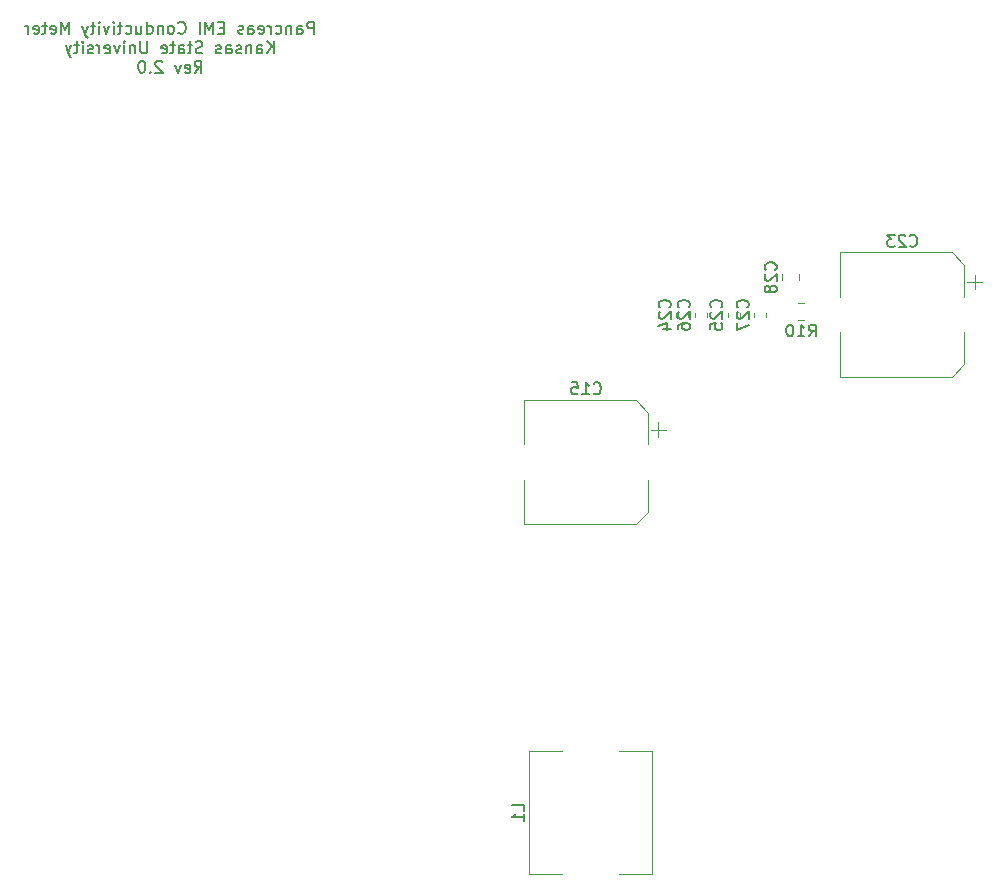
<source format=gbr>
G04 #@! TF.GenerationSoftware,KiCad,Pcbnew,(5.1.2)-1*
G04 #@! TF.CreationDate,2020-05-07T10:56:56-05:00*
G04 #@! TF.ProjectId,EMI_sensor_control_Rev2.0,454d495f-7365-46e7-936f-725f636f6e74,rev?*
G04 #@! TF.SameCoordinates,Original*
G04 #@! TF.FileFunction,Legend,Bot*
G04 #@! TF.FilePolarity,Positive*
%FSLAX46Y46*%
G04 Gerber Fmt 4.6, Leading zero omitted, Abs format (unit mm)*
G04 Created by KiCad (PCBNEW (5.1.2)-1) date 2020-05-07 10:56:56*
%MOMM*%
%LPD*%
G04 APERTURE LIST*
%ADD10C,0.150000*%
%ADD11C,0.120000*%
G04 APERTURE END LIST*
D10*
X78460666Y-62429380D02*
X78460666Y-61429380D01*
X78079714Y-61429380D01*
X77984476Y-61477000D01*
X77936857Y-61524619D01*
X77889238Y-61619857D01*
X77889238Y-61762714D01*
X77936857Y-61857952D01*
X77984476Y-61905571D01*
X78079714Y-61953190D01*
X78460666Y-61953190D01*
X77032095Y-62429380D02*
X77032095Y-61905571D01*
X77079714Y-61810333D01*
X77174952Y-61762714D01*
X77365428Y-61762714D01*
X77460666Y-61810333D01*
X77032095Y-62381761D02*
X77127333Y-62429380D01*
X77365428Y-62429380D01*
X77460666Y-62381761D01*
X77508285Y-62286523D01*
X77508285Y-62191285D01*
X77460666Y-62096047D01*
X77365428Y-62048428D01*
X77127333Y-62048428D01*
X77032095Y-62000809D01*
X76555904Y-61762714D02*
X76555904Y-62429380D01*
X76555904Y-61857952D02*
X76508285Y-61810333D01*
X76413047Y-61762714D01*
X76270190Y-61762714D01*
X76174952Y-61810333D01*
X76127333Y-61905571D01*
X76127333Y-62429380D01*
X75222571Y-62381761D02*
X75317809Y-62429380D01*
X75508285Y-62429380D01*
X75603523Y-62381761D01*
X75651142Y-62334142D01*
X75698761Y-62238904D01*
X75698761Y-61953190D01*
X75651142Y-61857952D01*
X75603523Y-61810333D01*
X75508285Y-61762714D01*
X75317809Y-61762714D01*
X75222571Y-61810333D01*
X74794000Y-62429380D02*
X74794000Y-61762714D01*
X74794000Y-61953190D02*
X74746380Y-61857952D01*
X74698761Y-61810333D01*
X74603523Y-61762714D01*
X74508285Y-61762714D01*
X73794000Y-62381761D02*
X73889238Y-62429380D01*
X74079714Y-62429380D01*
X74174952Y-62381761D01*
X74222571Y-62286523D01*
X74222571Y-61905571D01*
X74174952Y-61810333D01*
X74079714Y-61762714D01*
X73889238Y-61762714D01*
X73794000Y-61810333D01*
X73746380Y-61905571D01*
X73746380Y-62000809D01*
X74222571Y-62096047D01*
X72889238Y-62429380D02*
X72889238Y-61905571D01*
X72936857Y-61810333D01*
X73032095Y-61762714D01*
X73222571Y-61762714D01*
X73317809Y-61810333D01*
X72889238Y-62381761D02*
X72984476Y-62429380D01*
X73222571Y-62429380D01*
X73317809Y-62381761D01*
X73365428Y-62286523D01*
X73365428Y-62191285D01*
X73317809Y-62096047D01*
X73222571Y-62048428D01*
X72984476Y-62048428D01*
X72889238Y-62000809D01*
X72460666Y-62381761D02*
X72365428Y-62429380D01*
X72174952Y-62429380D01*
X72079714Y-62381761D01*
X72032095Y-62286523D01*
X72032095Y-62238904D01*
X72079714Y-62143666D01*
X72174952Y-62096047D01*
X72317809Y-62096047D01*
X72413047Y-62048428D01*
X72460666Y-61953190D01*
X72460666Y-61905571D01*
X72413047Y-61810333D01*
X72317809Y-61762714D01*
X72174952Y-61762714D01*
X72079714Y-61810333D01*
X70841619Y-61905571D02*
X70508285Y-61905571D01*
X70365428Y-62429380D02*
X70841619Y-62429380D01*
X70841619Y-61429380D01*
X70365428Y-61429380D01*
X69936857Y-62429380D02*
X69936857Y-61429380D01*
X69603523Y-62143666D01*
X69270190Y-61429380D01*
X69270190Y-62429380D01*
X68794000Y-62429380D02*
X68794000Y-61429380D01*
X66984476Y-62334142D02*
X67032095Y-62381761D01*
X67174952Y-62429380D01*
X67270190Y-62429380D01*
X67413047Y-62381761D01*
X67508285Y-62286523D01*
X67555904Y-62191285D01*
X67603523Y-62000809D01*
X67603523Y-61857952D01*
X67555904Y-61667476D01*
X67508285Y-61572238D01*
X67413047Y-61477000D01*
X67270190Y-61429380D01*
X67174952Y-61429380D01*
X67032095Y-61477000D01*
X66984476Y-61524619D01*
X66413047Y-62429380D02*
X66508285Y-62381761D01*
X66555904Y-62334142D01*
X66603523Y-62238904D01*
X66603523Y-61953190D01*
X66555904Y-61857952D01*
X66508285Y-61810333D01*
X66413047Y-61762714D01*
X66270190Y-61762714D01*
X66174952Y-61810333D01*
X66127333Y-61857952D01*
X66079714Y-61953190D01*
X66079714Y-62238904D01*
X66127333Y-62334142D01*
X66174952Y-62381761D01*
X66270190Y-62429380D01*
X66413047Y-62429380D01*
X65651142Y-61762714D02*
X65651142Y-62429380D01*
X65651142Y-61857952D02*
X65603523Y-61810333D01*
X65508285Y-61762714D01*
X65365428Y-61762714D01*
X65270190Y-61810333D01*
X65222571Y-61905571D01*
X65222571Y-62429380D01*
X64317809Y-62429380D02*
X64317809Y-61429380D01*
X64317809Y-62381761D02*
X64413047Y-62429380D01*
X64603523Y-62429380D01*
X64698761Y-62381761D01*
X64746380Y-62334142D01*
X64794000Y-62238904D01*
X64794000Y-61953190D01*
X64746380Y-61857952D01*
X64698761Y-61810333D01*
X64603523Y-61762714D01*
X64413047Y-61762714D01*
X64317809Y-61810333D01*
X63413047Y-61762714D02*
X63413047Y-62429380D01*
X63841619Y-61762714D02*
X63841619Y-62286523D01*
X63794000Y-62381761D01*
X63698761Y-62429380D01*
X63555904Y-62429380D01*
X63460666Y-62381761D01*
X63413047Y-62334142D01*
X62508285Y-62381761D02*
X62603523Y-62429380D01*
X62794000Y-62429380D01*
X62889238Y-62381761D01*
X62936857Y-62334142D01*
X62984476Y-62238904D01*
X62984476Y-61953190D01*
X62936857Y-61857952D01*
X62889238Y-61810333D01*
X62794000Y-61762714D01*
X62603523Y-61762714D01*
X62508285Y-61810333D01*
X62222571Y-61762714D02*
X61841619Y-61762714D01*
X62079714Y-61429380D02*
X62079714Y-62286523D01*
X62032095Y-62381761D01*
X61936857Y-62429380D01*
X61841619Y-62429380D01*
X61508285Y-62429380D02*
X61508285Y-61762714D01*
X61508285Y-61429380D02*
X61555904Y-61477000D01*
X61508285Y-61524619D01*
X61460666Y-61477000D01*
X61508285Y-61429380D01*
X61508285Y-61524619D01*
X61127333Y-61762714D02*
X60889238Y-62429380D01*
X60651142Y-61762714D01*
X60270190Y-62429380D02*
X60270190Y-61762714D01*
X60270190Y-61429380D02*
X60317809Y-61477000D01*
X60270190Y-61524619D01*
X60222571Y-61477000D01*
X60270190Y-61429380D01*
X60270190Y-61524619D01*
X59936857Y-61762714D02*
X59555904Y-61762714D01*
X59794000Y-61429380D02*
X59794000Y-62286523D01*
X59746380Y-62381761D01*
X59651142Y-62429380D01*
X59555904Y-62429380D01*
X59317809Y-61762714D02*
X59079714Y-62429380D01*
X58841619Y-61762714D02*
X59079714Y-62429380D01*
X59174952Y-62667476D01*
X59222571Y-62715095D01*
X59317809Y-62762714D01*
X57698761Y-62429380D02*
X57698761Y-61429380D01*
X57365428Y-62143666D01*
X57032095Y-61429380D01*
X57032095Y-62429380D01*
X56174952Y-62381761D02*
X56270190Y-62429380D01*
X56460666Y-62429380D01*
X56555904Y-62381761D01*
X56603523Y-62286523D01*
X56603523Y-61905571D01*
X56555904Y-61810333D01*
X56460666Y-61762714D01*
X56270190Y-61762714D01*
X56174952Y-61810333D01*
X56127333Y-61905571D01*
X56127333Y-62000809D01*
X56603523Y-62096047D01*
X55841619Y-61762714D02*
X55460666Y-61762714D01*
X55698761Y-61429380D02*
X55698761Y-62286523D01*
X55651142Y-62381761D01*
X55555904Y-62429380D01*
X55460666Y-62429380D01*
X54746380Y-62381761D02*
X54841619Y-62429380D01*
X55032095Y-62429380D01*
X55127333Y-62381761D01*
X55174952Y-62286523D01*
X55174952Y-61905571D01*
X55127333Y-61810333D01*
X55032095Y-61762714D01*
X54841619Y-61762714D01*
X54746380Y-61810333D01*
X54698761Y-61905571D01*
X54698761Y-62000809D01*
X55174952Y-62096047D01*
X54270190Y-62429380D02*
X54270190Y-61762714D01*
X54270190Y-61953190D02*
X54222571Y-61857952D01*
X54174952Y-61810333D01*
X54079714Y-61762714D01*
X53984476Y-61762714D01*
X75055904Y-64079380D02*
X75055904Y-63079380D01*
X74484476Y-64079380D02*
X74913047Y-63507952D01*
X74484476Y-63079380D02*
X75055904Y-63650809D01*
X73627333Y-64079380D02*
X73627333Y-63555571D01*
X73674952Y-63460333D01*
X73770190Y-63412714D01*
X73960666Y-63412714D01*
X74055904Y-63460333D01*
X73627333Y-64031761D02*
X73722571Y-64079380D01*
X73960666Y-64079380D01*
X74055904Y-64031761D01*
X74103523Y-63936523D01*
X74103523Y-63841285D01*
X74055904Y-63746047D01*
X73960666Y-63698428D01*
X73722571Y-63698428D01*
X73627333Y-63650809D01*
X73151142Y-63412714D02*
X73151142Y-64079380D01*
X73151142Y-63507952D02*
X73103523Y-63460333D01*
X73008285Y-63412714D01*
X72865428Y-63412714D01*
X72770190Y-63460333D01*
X72722571Y-63555571D01*
X72722571Y-64079380D01*
X72294000Y-64031761D02*
X72198761Y-64079380D01*
X72008285Y-64079380D01*
X71913047Y-64031761D01*
X71865428Y-63936523D01*
X71865428Y-63888904D01*
X71913047Y-63793666D01*
X72008285Y-63746047D01*
X72151142Y-63746047D01*
X72246380Y-63698428D01*
X72294000Y-63603190D01*
X72294000Y-63555571D01*
X72246380Y-63460333D01*
X72151142Y-63412714D01*
X72008285Y-63412714D01*
X71913047Y-63460333D01*
X71008285Y-64079380D02*
X71008285Y-63555571D01*
X71055904Y-63460333D01*
X71151142Y-63412714D01*
X71341619Y-63412714D01*
X71436857Y-63460333D01*
X71008285Y-64031761D02*
X71103523Y-64079380D01*
X71341619Y-64079380D01*
X71436857Y-64031761D01*
X71484476Y-63936523D01*
X71484476Y-63841285D01*
X71436857Y-63746047D01*
X71341619Y-63698428D01*
X71103523Y-63698428D01*
X71008285Y-63650809D01*
X70579714Y-64031761D02*
X70484476Y-64079380D01*
X70294000Y-64079380D01*
X70198761Y-64031761D01*
X70151142Y-63936523D01*
X70151142Y-63888904D01*
X70198761Y-63793666D01*
X70294000Y-63746047D01*
X70436857Y-63746047D01*
X70532095Y-63698428D01*
X70579714Y-63603190D01*
X70579714Y-63555571D01*
X70532095Y-63460333D01*
X70436857Y-63412714D01*
X70294000Y-63412714D01*
X70198761Y-63460333D01*
X69008285Y-64031761D02*
X68865428Y-64079380D01*
X68627333Y-64079380D01*
X68532095Y-64031761D01*
X68484476Y-63984142D01*
X68436857Y-63888904D01*
X68436857Y-63793666D01*
X68484476Y-63698428D01*
X68532095Y-63650809D01*
X68627333Y-63603190D01*
X68817809Y-63555571D01*
X68913047Y-63507952D01*
X68960666Y-63460333D01*
X69008285Y-63365095D01*
X69008285Y-63269857D01*
X68960666Y-63174619D01*
X68913047Y-63127000D01*
X68817809Y-63079380D01*
X68579714Y-63079380D01*
X68436857Y-63127000D01*
X68151142Y-63412714D02*
X67770190Y-63412714D01*
X68008285Y-63079380D02*
X68008285Y-63936523D01*
X67960666Y-64031761D01*
X67865428Y-64079380D01*
X67770190Y-64079380D01*
X67008285Y-64079380D02*
X67008285Y-63555571D01*
X67055904Y-63460333D01*
X67151142Y-63412714D01*
X67341619Y-63412714D01*
X67436857Y-63460333D01*
X67008285Y-64031761D02*
X67103523Y-64079380D01*
X67341619Y-64079380D01*
X67436857Y-64031761D01*
X67484476Y-63936523D01*
X67484476Y-63841285D01*
X67436857Y-63746047D01*
X67341619Y-63698428D01*
X67103523Y-63698428D01*
X67008285Y-63650809D01*
X66674952Y-63412714D02*
X66294000Y-63412714D01*
X66532095Y-63079380D02*
X66532095Y-63936523D01*
X66484476Y-64031761D01*
X66389238Y-64079380D01*
X66294000Y-64079380D01*
X65579714Y-64031761D02*
X65674952Y-64079380D01*
X65865428Y-64079380D01*
X65960666Y-64031761D01*
X66008285Y-63936523D01*
X66008285Y-63555571D01*
X65960666Y-63460333D01*
X65865428Y-63412714D01*
X65674952Y-63412714D01*
X65579714Y-63460333D01*
X65532095Y-63555571D01*
X65532095Y-63650809D01*
X66008285Y-63746047D01*
X64341619Y-63079380D02*
X64341619Y-63888904D01*
X64294000Y-63984142D01*
X64246380Y-64031761D01*
X64151142Y-64079380D01*
X63960666Y-64079380D01*
X63865428Y-64031761D01*
X63817809Y-63984142D01*
X63770190Y-63888904D01*
X63770190Y-63079380D01*
X63294000Y-63412714D02*
X63294000Y-64079380D01*
X63294000Y-63507952D02*
X63246380Y-63460333D01*
X63151142Y-63412714D01*
X63008285Y-63412714D01*
X62913047Y-63460333D01*
X62865428Y-63555571D01*
X62865428Y-64079380D01*
X62389238Y-64079380D02*
X62389238Y-63412714D01*
X62389238Y-63079380D02*
X62436857Y-63127000D01*
X62389238Y-63174619D01*
X62341619Y-63127000D01*
X62389238Y-63079380D01*
X62389238Y-63174619D01*
X62008285Y-63412714D02*
X61770190Y-64079380D01*
X61532095Y-63412714D01*
X60770190Y-64031761D02*
X60865428Y-64079380D01*
X61055904Y-64079380D01*
X61151142Y-64031761D01*
X61198761Y-63936523D01*
X61198761Y-63555571D01*
X61151142Y-63460333D01*
X61055904Y-63412714D01*
X60865428Y-63412714D01*
X60770190Y-63460333D01*
X60722571Y-63555571D01*
X60722571Y-63650809D01*
X61198761Y-63746047D01*
X60294000Y-64079380D02*
X60294000Y-63412714D01*
X60294000Y-63603190D02*
X60246380Y-63507952D01*
X60198761Y-63460333D01*
X60103523Y-63412714D01*
X60008285Y-63412714D01*
X59722571Y-64031761D02*
X59627333Y-64079380D01*
X59436857Y-64079380D01*
X59341619Y-64031761D01*
X59294000Y-63936523D01*
X59294000Y-63888904D01*
X59341619Y-63793666D01*
X59436857Y-63746047D01*
X59579714Y-63746047D01*
X59674952Y-63698428D01*
X59722571Y-63603190D01*
X59722571Y-63555571D01*
X59674952Y-63460333D01*
X59579714Y-63412714D01*
X59436857Y-63412714D01*
X59341619Y-63460333D01*
X58865428Y-64079380D02*
X58865428Y-63412714D01*
X58865428Y-63079380D02*
X58913047Y-63127000D01*
X58865428Y-63174619D01*
X58817809Y-63127000D01*
X58865428Y-63079380D01*
X58865428Y-63174619D01*
X58532095Y-63412714D02*
X58151142Y-63412714D01*
X58389238Y-63079380D02*
X58389238Y-63936523D01*
X58341619Y-64031761D01*
X58246380Y-64079380D01*
X58151142Y-64079380D01*
X57913047Y-63412714D02*
X57674952Y-64079380D01*
X57436857Y-63412714D02*
X57674952Y-64079380D01*
X57770190Y-64317476D01*
X57817809Y-64365095D01*
X57913047Y-64412714D01*
X68365428Y-65729380D02*
X68698761Y-65253190D01*
X68936857Y-65729380D02*
X68936857Y-64729380D01*
X68555904Y-64729380D01*
X68460666Y-64777000D01*
X68413047Y-64824619D01*
X68365428Y-64919857D01*
X68365428Y-65062714D01*
X68413047Y-65157952D01*
X68460666Y-65205571D01*
X68555904Y-65253190D01*
X68936857Y-65253190D01*
X67555904Y-65681761D02*
X67651142Y-65729380D01*
X67841619Y-65729380D01*
X67936857Y-65681761D01*
X67984476Y-65586523D01*
X67984476Y-65205571D01*
X67936857Y-65110333D01*
X67841619Y-65062714D01*
X67651142Y-65062714D01*
X67555904Y-65110333D01*
X67508285Y-65205571D01*
X67508285Y-65300809D01*
X67984476Y-65396047D01*
X67174952Y-65062714D02*
X66936857Y-65729380D01*
X66698761Y-65062714D01*
X65603523Y-64824619D02*
X65555904Y-64777000D01*
X65460666Y-64729380D01*
X65222571Y-64729380D01*
X65127333Y-64777000D01*
X65079714Y-64824619D01*
X65032095Y-64919857D01*
X65032095Y-65015095D01*
X65079714Y-65157952D01*
X65651142Y-65729380D01*
X65032095Y-65729380D01*
X64603523Y-65634142D02*
X64555904Y-65681761D01*
X64603523Y-65729380D01*
X64651142Y-65681761D01*
X64603523Y-65634142D01*
X64603523Y-65729380D01*
X63936857Y-64729380D02*
X63841619Y-64729380D01*
X63746380Y-64777000D01*
X63698761Y-64824619D01*
X63651142Y-64919857D01*
X63603523Y-65110333D01*
X63603523Y-65348428D01*
X63651142Y-65538904D01*
X63698761Y-65634142D01*
X63746380Y-65681761D01*
X63841619Y-65729380D01*
X63936857Y-65729380D01*
X64032095Y-65681761D01*
X64079714Y-65634142D01*
X64127333Y-65538904D01*
X64174952Y-65348428D01*
X64174952Y-65110333D01*
X64127333Y-64919857D01*
X64079714Y-64824619D01*
X64032095Y-64777000D01*
X63936857Y-64729380D01*
D11*
X107623400Y-95319400D02*
X107623400Y-96569400D01*
X108248400Y-95944400D02*
X106998400Y-95944400D01*
X106758400Y-102899963D02*
X105693963Y-103964400D01*
X106758400Y-94508837D02*
X105693963Y-93444400D01*
X106758400Y-94508837D02*
X106758400Y-97194400D01*
X106758400Y-102899963D02*
X106758400Y-100214400D01*
X105693963Y-103964400D02*
X96238400Y-103964400D01*
X105693963Y-93444400D02*
X96238400Y-93444400D01*
X96238400Y-93444400D02*
X96238400Y-97194400D01*
X96238400Y-103964400D02*
X96238400Y-100214400D01*
X123010000Y-91467600D02*
X123010000Y-87717600D01*
X123010000Y-80947600D02*
X123010000Y-84697600D01*
X132465563Y-80947600D02*
X123010000Y-80947600D01*
X132465563Y-91467600D02*
X123010000Y-91467600D01*
X133530000Y-90403163D02*
X133530000Y-87717600D01*
X133530000Y-82012037D02*
X133530000Y-84697600D01*
X133530000Y-82012037D02*
X132465563Y-80947600D01*
X133530000Y-90403163D02*
X132465563Y-91467600D01*
X135020000Y-83447600D02*
X133770000Y-83447600D01*
X134395000Y-82822600D02*
X134395000Y-84072600D01*
X109116400Y-86075733D02*
X109116400Y-86418267D01*
X110136400Y-86075733D02*
X110136400Y-86418267D01*
X113485200Y-86075733D02*
X113485200Y-86418267D01*
X114505200Y-86075733D02*
X114505200Y-86418267D01*
X111762000Y-86075733D02*
X111762000Y-86418267D01*
X110742000Y-86075733D02*
X110742000Y-86418267D01*
X115720400Y-86075733D02*
X115720400Y-86418267D01*
X116740400Y-86075733D02*
X116740400Y-86418267D01*
X118111200Y-82796748D02*
X118111200Y-83319252D01*
X119531200Y-82796748D02*
X119531200Y-83319252D01*
X104254000Y-123169300D02*
X107054000Y-123169300D01*
X107054000Y-123169300D02*
X107054000Y-133569300D01*
X107054000Y-133569300D02*
X104254000Y-133569300D01*
X99454000Y-123169300D02*
X96654000Y-123169300D01*
X96654000Y-123169300D02*
X96654000Y-133569300D01*
X96654000Y-133569300D02*
X99454000Y-133569300D01*
X119465348Y-85243600D02*
X119987852Y-85243600D01*
X119465348Y-86663600D02*
X119987852Y-86663600D01*
D10*
X102141257Y-92861542D02*
X102188876Y-92909161D01*
X102331733Y-92956780D01*
X102426971Y-92956780D01*
X102569828Y-92909161D01*
X102665066Y-92813923D01*
X102712685Y-92718685D01*
X102760304Y-92528209D01*
X102760304Y-92385352D01*
X102712685Y-92194876D01*
X102665066Y-92099638D01*
X102569828Y-92004400D01*
X102426971Y-91956780D01*
X102331733Y-91956780D01*
X102188876Y-92004400D01*
X102141257Y-92052019D01*
X101188876Y-92956780D02*
X101760304Y-92956780D01*
X101474590Y-92956780D02*
X101474590Y-91956780D01*
X101569828Y-92099638D01*
X101665066Y-92194876D01*
X101760304Y-92242495D01*
X100284114Y-91956780D02*
X100760304Y-91956780D01*
X100807923Y-92432971D01*
X100760304Y-92385352D01*
X100665066Y-92337733D01*
X100426971Y-92337733D01*
X100331733Y-92385352D01*
X100284114Y-92432971D01*
X100236495Y-92528209D01*
X100236495Y-92766304D01*
X100284114Y-92861542D01*
X100331733Y-92909161D01*
X100426971Y-92956780D01*
X100665066Y-92956780D01*
X100760304Y-92909161D01*
X100807923Y-92861542D01*
X128912857Y-80364742D02*
X128960476Y-80412361D01*
X129103333Y-80459980D01*
X129198571Y-80459980D01*
X129341428Y-80412361D01*
X129436666Y-80317123D01*
X129484285Y-80221885D01*
X129531904Y-80031409D01*
X129531904Y-79888552D01*
X129484285Y-79698076D01*
X129436666Y-79602838D01*
X129341428Y-79507600D01*
X129198571Y-79459980D01*
X129103333Y-79459980D01*
X128960476Y-79507600D01*
X128912857Y-79555219D01*
X128531904Y-79555219D02*
X128484285Y-79507600D01*
X128389047Y-79459980D01*
X128150952Y-79459980D01*
X128055714Y-79507600D01*
X128008095Y-79555219D01*
X127960476Y-79650457D01*
X127960476Y-79745695D01*
X128008095Y-79888552D01*
X128579523Y-80459980D01*
X127960476Y-80459980D01*
X127627142Y-79459980D02*
X127008095Y-79459980D01*
X127341428Y-79840933D01*
X127198571Y-79840933D01*
X127103333Y-79888552D01*
X127055714Y-79936171D01*
X127008095Y-80031409D01*
X127008095Y-80269504D01*
X127055714Y-80364742D01*
X127103333Y-80412361D01*
X127198571Y-80459980D01*
X127484285Y-80459980D01*
X127579523Y-80412361D01*
X127627142Y-80364742D01*
X108553542Y-85604142D02*
X108601161Y-85556523D01*
X108648780Y-85413666D01*
X108648780Y-85318428D01*
X108601161Y-85175571D01*
X108505923Y-85080333D01*
X108410685Y-85032714D01*
X108220209Y-84985095D01*
X108077352Y-84985095D01*
X107886876Y-85032714D01*
X107791638Y-85080333D01*
X107696400Y-85175571D01*
X107648780Y-85318428D01*
X107648780Y-85413666D01*
X107696400Y-85556523D01*
X107744019Y-85604142D01*
X107744019Y-85985095D02*
X107696400Y-86032714D01*
X107648780Y-86127952D01*
X107648780Y-86366047D01*
X107696400Y-86461285D01*
X107744019Y-86508904D01*
X107839257Y-86556523D01*
X107934495Y-86556523D01*
X108077352Y-86508904D01*
X108648780Y-85937476D01*
X108648780Y-86556523D01*
X107982114Y-87413666D02*
X108648780Y-87413666D01*
X107601161Y-87175571D02*
X108315447Y-86937476D01*
X108315447Y-87556523D01*
X112922342Y-85604142D02*
X112969961Y-85556523D01*
X113017580Y-85413666D01*
X113017580Y-85318428D01*
X112969961Y-85175571D01*
X112874723Y-85080333D01*
X112779485Y-85032714D01*
X112589009Y-84985095D01*
X112446152Y-84985095D01*
X112255676Y-85032714D01*
X112160438Y-85080333D01*
X112065200Y-85175571D01*
X112017580Y-85318428D01*
X112017580Y-85413666D01*
X112065200Y-85556523D01*
X112112819Y-85604142D01*
X112112819Y-85985095D02*
X112065200Y-86032714D01*
X112017580Y-86127952D01*
X112017580Y-86366047D01*
X112065200Y-86461285D01*
X112112819Y-86508904D01*
X112208057Y-86556523D01*
X112303295Y-86556523D01*
X112446152Y-86508904D01*
X113017580Y-85937476D01*
X113017580Y-86556523D01*
X112017580Y-87461285D02*
X112017580Y-86985095D01*
X112493771Y-86937476D01*
X112446152Y-86985095D01*
X112398533Y-87080333D01*
X112398533Y-87318428D01*
X112446152Y-87413666D01*
X112493771Y-87461285D01*
X112589009Y-87508904D01*
X112827104Y-87508904D01*
X112922342Y-87461285D01*
X112969961Y-87413666D01*
X113017580Y-87318428D01*
X113017580Y-87080333D01*
X112969961Y-86985095D01*
X112922342Y-86937476D01*
X110179142Y-85604142D02*
X110226761Y-85556523D01*
X110274380Y-85413666D01*
X110274380Y-85318428D01*
X110226761Y-85175571D01*
X110131523Y-85080333D01*
X110036285Y-85032714D01*
X109845809Y-84985095D01*
X109702952Y-84985095D01*
X109512476Y-85032714D01*
X109417238Y-85080333D01*
X109322000Y-85175571D01*
X109274380Y-85318428D01*
X109274380Y-85413666D01*
X109322000Y-85556523D01*
X109369619Y-85604142D01*
X109369619Y-85985095D02*
X109322000Y-86032714D01*
X109274380Y-86127952D01*
X109274380Y-86366047D01*
X109322000Y-86461285D01*
X109369619Y-86508904D01*
X109464857Y-86556523D01*
X109560095Y-86556523D01*
X109702952Y-86508904D01*
X110274380Y-85937476D01*
X110274380Y-86556523D01*
X109274380Y-87413666D02*
X109274380Y-87223190D01*
X109322000Y-87127952D01*
X109369619Y-87080333D01*
X109512476Y-86985095D01*
X109702952Y-86937476D01*
X110083904Y-86937476D01*
X110179142Y-86985095D01*
X110226761Y-87032714D01*
X110274380Y-87127952D01*
X110274380Y-87318428D01*
X110226761Y-87413666D01*
X110179142Y-87461285D01*
X110083904Y-87508904D01*
X109845809Y-87508904D01*
X109750571Y-87461285D01*
X109702952Y-87413666D01*
X109655333Y-87318428D01*
X109655333Y-87127952D01*
X109702952Y-87032714D01*
X109750571Y-86985095D01*
X109845809Y-86937476D01*
X115157542Y-85604142D02*
X115205161Y-85556523D01*
X115252780Y-85413666D01*
X115252780Y-85318428D01*
X115205161Y-85175571D01*
X115109923Y-85080333D01*
X115014685Y-85032714D01*
X114824209Y-84985095D01*
X114681352Y-84985095D01*
X114490876Y-85032714D01*
X114395638Y-85080333D01*
X114300400Y-85175571D01*
X114252780Y-85318428D01*
X114252780Y-85413666D01*
X114300400Y-85556523D01*
X114348019Y-85604142D01*
X114348019Y-85985095D02*
X114300400Y-86032714D01*
X114252780Y-86127952D01*
X114252780Y-86366047D01*
X114300400Y-86461285D01*
X114348019Y-86508904D01*
X114443257Y-86556523D01*
X114538495Y-86556523D01*
X114681352Y-86508904D01*
X115252780Y-85937476D01*
X115252780Y-86556523D01*
X114252780Y-86889857D02*
X114252780Y-87556523D01*
X115252780Y-87127952D01*
X117528342Y-82415142D02*
X117575961Y-82367523D01*
X117623580Y-82224666D01*
X117623580Y-82129428D01*
X117575961Y-81986571D01*
X117480723Y-81891333D01*
X117385485Y-81843714D01*
X117195009Y-81796095D01*
X117052152Y-81796095D01*
X116861676Y-81843714D01*
X116766438Y-81891333D01*
X116671200Y-81986571D01*
X116623580Y-82129428D01*
X116623580Y-82224666D01*
X116671200Y-82367523D01*
X116718819Y-82415142D01*
X116718819Y-82796095D02*
X116671200Y-82843714D01*
X116623580Y-82938952D01*
X116623580Y-83177047D01*
X116671200Y-83272285D01*
X116718819Y-83319904D01*
X116814057Y-83367523D01*
X116909295Y-83367523D01*
X117052152Y-83319904D01*
X117623580Y-82748476D01*
X117623580Y-83367523D01*
X117052152Y-83938952D02*
X117004533Y-83843714D01*
X116956914Y-83796095D01*
X116861676Y-83748476D01*
X116814057Y-83748476D01*
X116718819Y-83796095D01*
X116671200Y-83843714D01*
X116623580Y-83938952D01*
X116623580Y-84129428D01*
X116671200Y-84224666D01*
X116718819Y-84272285D01*
X116814057Y-84319904D01*
X116861676Y-84319904D01*
X116956914Y-84272285D01*
X117004533Y-84224666D01*
X117052152Y-84129428D01*
X117052152Y-83938952D01*
X117099771Y-83843714D01*
X117147390Y-83796095D01*
X117242628Y-83748476D01*
X117433104Y-83748476D01*
X117528342Y-83796095D01*
X117575961Y-83843714D01*
X117623580Y-83938952D01*
X117623580Y-84129428D01*
X117575961Y-84224666D01*
X117528342Y-84272285D01*
X117433104Y-84319904D01*
X117242628Y-84319904D01*
X117147390Y-84272285D01*
X117099771Y-84224666D01*
X117052152Y-84129428D01*
X96206380Y-128202633D02*
X96206380Y-127726442D01*
X95206380Y-127726442D01*
X96206380Y-129059776D02*
X96206380Y-128488347D01*
X96206380Y-128774061D02*
X95206380Y-128774061D01*
X95349238Y-128678823D01*
X95444476Y-128583585D01*
X95492095Y-128488347D01*
X120369457Y-88055980D02*
X120702790Y-87579790D01*
X120940885Y-88055980D02*
X120940885Y-87055980D01*
X120559933Y-87055980D01*
X120464695Y-87103600D01*
X120417076Y-87151219D01*
X120369457Y-87246457D01*
X120369457Y-87389314D01*
X120417076Y-87484552D01*
X120464695Y-87532171D01*
X120559933Y-87579790D01*
X120940885Y-87579790D01*
X119417076Y-88055980D02*
X119988504Y-88055980D01*
X119702790Y-88055980D02*
X119702790Y-87055980D01*
X119798028Y-87198838D01*
X119893266Y-87294076D01*
X119988504Y-87341695D01*
X118798028Y-87055980D02*
X118702790Y-87055980D01*
X118607552Y-87103600D01*
X118559933Y-87151219D01*
X118512314Y-87246457D01*
X118464695Y-87436933D01*
X118464695Y-87675028D01*
X118512314Y-87865504D01*
X118559933Y-87960742D01*
X118607552Y-88008361D01*
X118702790Y-88055980D01*
X118798028Y-88055980D01*
X118893266Y-88008361D01*
X118940885Y-87960742D01*
X118988504Y-87865504D01*
X119036123Y-87675028D01*
X119036123Y-87436933D01*
X118988504Y-87246457D01*
X118940885Y-87151219D01*
X118893266Y-87103600D01*
X118798028Y-87055980D01*
M02*

</source>
